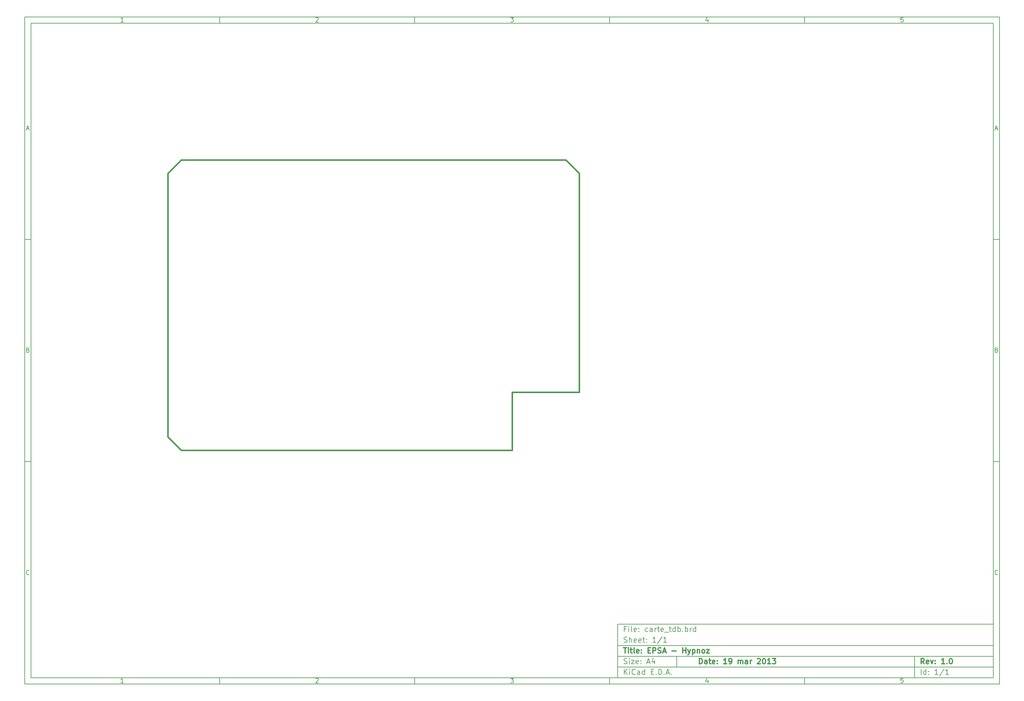
<source format=gbr>
G04 (created by PCBNEW-RS274X (2012-01-19 BZR 3256)-stable) date 19/03/2013 15:26:08*
G01*
G70*
G90*
%MOIN*%
G04 Gerber Fmt 3.4, Leading zero omitted, Abs format*
%FSLAX34Y34*%
G04 APERTURE LIST*
%ADD10C,0.006000*%
%ADD11C,0.012000*%
%ADD12C,0.015000*%
G04 APERTURE END LIST*
G54D10*
X04000Y-04000D02*
X113000Y-04000D01*
X113000Y-78670D01*
X04000Y-78670D01*
X04000Y-04000D01*
X04700Y-04700D02*
X112300Y-04700D01*
X112300Y-77970D01*
X04700Y-77970D01*
X04700Y-04700D01*
X25800Y-04000D02*
X25800Y-04700D01*
X15043Y-04552D02*
X14757Y-04552D01*
X14900Y-04552D02*
X14900Y-04052D01*
X14852Y-04124D01*
X14805Y-04171D01*
X14757Y-04195D01*
X25800Y-78670D02*
X25800Y-77970D01*
X15043Y-78522D02*
X14757Y-78522D01*
X14900Y-78522D02*
X14900Y-78022D01*
X14852Y-78094D01*
X14805Y-78141D01*
X14757Y-78165D01*
X47600Y-04000D02*
X47600Y-04700D01*
X36557Y-04100D02*
X36581Y-04076D01*
X36629Y-04052D01*
X36748Y-04052D01*
X36795Y-04076D01*
X36819Y-04100D01*
X36843Y-04148D01*
X36843Y-04195D01*
X36819Y-04267D01*
X36533Y-04552D01*
X36843Y-04552D01*
X47600Y-78670D02*
X47600Y-77970D01*
X36557Y-78070D02*
X36581Y-78046D01*
X36629Y-78022D01*
X36748Y-78022D01*
X36795Y-78046D01*
X36819Y-78070D01*
X36843Y-78118D01*
X36843Y-78165D01*
X36819Y-78237D01*
X36533Y-78522D01*
X36843Y-78522D01*
X69400Y-04000D02*
X69400Y-04700D01*
X58333Y-04052D02*
X58643Y-04052D01*
X58476Y-04243D01*
X58548Y-04243D01*
X58595Y-04267D01*
X58619Y-04290D01*
X58643Y-04338D01*
X58643Y-04457D01*
X58619Y-04505D01*
X58595Y-04529D01*
X58548Y-04552D01*
X58405Y-04552D01*
X58357Y-04529D01*
X58333Y-04505D01*
X69400Y-78670D02*
X69400Y-77970D01*
X58333Y-78022D02*
X58643Y-78022D01*
X58476Y-78213D01*
X58548Y-78213D01*
X58595Y-78237D01*
X58619Y-78260D01*
X58643Y-78308D01*
X58643Y-78427D01*
X58619Y-78475D01*
X58595Y-78499D01*
X58548Y-78522D01*
X58405Y-78522D01*
X58357Y-78499D01*
X58333Y-78475D01*
X91200Y-04000D02*
X91200Y-04700D01*
X80395Y-04219D02*
X80395Y-04552D01*
X80276Y-04029D02*
X80157Y-04386D01*
X80467Y-04386D01*
X91200Y-78670D02*
X91200Y-77970D01*
X80395Y-78189D02*
X80395Y-78522D01*
X80276Y-77999D02*
X80157Y-78356D01*
X80467Y-78356D01*
X102219Y-04052D02*
X101981Y-04052D01*
X101957Y-04290D01*
X101981Y-04267D01*
X102029Y-04243D01*
X102148Y-04243D01*
X102195Y-04267D01*
X102219Y-04290D01*
X102243Y-04338D01*
X102243Y-04457D01*
X102219Y-04505D01*
X102195Y-04529D01*
X102148Y-04552D01*
X102029Y-04552D01*
X101981Y-04529D01*
X101957Y-04505D01*
X102219Y-78022D02*
X101981Y-78022D01*
X101957Y-78260D01*
X101981Y-78237D01*
X102029Y-78213D01*
X102148Y-78213D01*
X102195Y-78237D01*
X102219Y-78260D01*
X102243Y-78308D01*
X102243Y-78427D01*
X102219Y-78475D01*
X102195Y-78499D01*
X102148Y-78522D01*
X102029Y-78522D01*
X101981Y-78499D01*
X101957Y-78475D01*
X04000Y-28890D02*
X04700Y-28890D01*
X04231Y-16510D02*
X04469Y-16510D01*
X04184Y-16652D02*
X04350Y-16152D01*
X04517Y-16652D01*
X113000Y-28890D02*
X112300Y-28890D01*
X112531Y-16510D02*
X112769Y-16510D01*
X112484Y-16652D02*
X112650Y-16152D01*
X112817Y-16652D01*
X04000Y-53780D02*
X04700Y-53780D01*
X04386Y-41280D02*
X04457Y-41304D01*
X04481Y-41328D01*
X04505Y-41376D01*
X04505Y-41447D01*
X04481Y-41495D01*
X04457Y-41519D01*
X04410Y-41542D01*
X04219Y-41542D01*
X04219Y-41042D01*
X04386Y-41042D01*
X04433Y-41066D01*
X04457Y-41090D01*
X04481Y-41138D01*
X04481Y-41185D01*
X04457Y-41233D01*
X04433Y-41257D01*
X04386Y-41280D01*
X04219Y-41280D01*
X113000Y-53780D02*
X112300Y-53780D01*
X112686Y-41280D02*
X112757Y-41304D01*
X112781Y-41328D01*
X112805Y-41376D01*
X112805Y-41447D01*
X112781Y-41495D01*
X112757Y-41519D01*
X112710Y-41542D01*
X112519Y-41542D01*
X112519Y-41042D01*
X112686Y-41042D01*
X112733Y-41066D01*
X112757Y-41090D01*
X112781Y-41138D01*
X112781Y-41185D01*
X112757Y-41233D01*
X112733Y-41257D01*
X112686Y-41280D01*
X112519Y-41280D01*
X04505Y-66385D02*
X04481Y-66409D01*
X04410Y-66432D01*
X04362Y-66432D01*
X04290Y-66409D01*
X04243Y-66361D01*
X04219Y-66313D01*
X04195Y-66218D01*
X04195Y-66147D01*
X04219Y-66051D01*
X04243Y-66004D01*
X04290Y-65956D01*
X04362Y-65932D01*
X04410Y-65932D01*
X04481Y-65956D01*
X04505Y-65980D01*
X112805Y-66385D02*
X112781Y-66409D01*
X112710Y-66432D01*
X112662Y-66432D01*
X112590Y-66409D01*
X112543Y-66361D01*
X112519Y-66313D01*
X112495Y-66218D01*
X112495Y-66147D01*
X112519Y-66051D01*
X112543Y-66004D01*
X112590Y-65956D01*
X112662Y-65932D01*
X112710Y-65932D01*
X112781Y-65956D01*
X112805Y-65980D01*
G54D11*
X79443Y-76413D02*
X79443Y-75813D01*
X79586Y-75813D01*
X79671Y-75841D01*
X79729Y-75899D01*
X79757Y-75956D01*
X79786Y-76070D01*
X79786Y-76156D01*
X79757Y-76270D01*
X79729Y-76327D01*
X79671Y-76384D01*
X79586Y-76413D01*
X79443Y-76413D01*
X80300Y-76413D02*
X80300Y-76099D01*
X80271Y-76041D01*
X80214Y-76013D01*
X80100Y-76013D01*
X80043Y-76041D01*
X80300Y-76384D02*
X80243Y-76413D01*
X80100Y-76413D01*
X80043Y-76384D01*
X80014Y-76327D01*
X80014Y-76270D01*
X80043Y-76213D01*
X80100Y-76184D01*
X80243Y-76184D01*
X80300Y-76156D01*
X80500Y-76013D02*
X80729Y-76013D01*
X80586Y-75813D02*
X80586Y-76327D01*
X80614Y-76384D01*
X80672Y-76413D01*
X80729Y-76413D01*
X81157Y-76384D02*
X81100Y-76413D01*
X80986Y-76413D01*
X80929Y-76384D01*
X80900Y-76327D01*
X80900Y-76099D01*
X80929Y-76041D01*
X80986Y-76013D01*
X81100Y-76013D01*
X81157Y-76041D01*
X81186Y-76099D01*
X81186Y-76156D01*
X80900Y-76213D01*
X81443Y-76356D02*
X81471Y-76384D01*
X81443Y-76413D01*
X81414Y-76384D01*
X81443Y-76356D01*
X81443Y-76413D01*
X81443Y-76041D02*
X81471Y-76070D01*
X81443Y-76099D01*
X81414Y-76070D01*
X81443Y-76041D01*
X81443Y-76099D01*
X82500Y-76413D02*
X82157Y-76413D01*
X82329Y-76413D02*
X82329Y-75813D01*
X82272Y-75899D01*
X82214Y-75956D01*
X82157Y-75984D01*
X82785Y-76413D02*
X82900Y-76413D01*
X82957Y-76384D01*
X82985Y-76356D01*
X83043Y-76270D01*
X83071Y-76156D01*
X83071Y-75927D01*
X83043Y-75870D01*
X83014Y-75841D01*
X82957Y-75813D01*
X82843Y-75813D01*
X82785Y-75841D01*
X82757Y-75870D01*
X82728Y-75927D01*
X82728Y-76070D01*
X82757Y-76127D01*
X82785Y-76156D01*
X82843Y-76184D01*
X82957Y-76184D01*
X83014Y-76156D01*
X83043Y-76127D01*
X83071Y-76070D01*
X83785Y-76413D02*
X83785Y-76013D01*
X83785Y-76070D02*
X83813Y-76041D01*
X83871Y-76013D01*
X83956Y-76013D01*
X84013Y-76041D01*
X84042Y-76099D01*
X84042Y-76413D01*
X84042Y-76099D02*
X84071Y-76041D01*
X84128Y-76013D01*
X84213Y-76013D01*
X84271Y-76041D01*
X84299Y-76099D01*
X84299Y-76413D01*
X84842Y-76413D02*
X84842Y-76099D01*
X84813Y-76041D01*
X84756Y-76013D01*
X84642Y-76013D01*
X84585Y-76041D01*
X84842Y-76384D02*
X84785Y-76413D01*
X84642Y-76413D01*
X84585Y-76384D01*
X84556Y-76327D01*
X84556Y-76270D01*
X84585Y-76213D01*
X84642Y-76184D01*
X84785Y-76184D01*
X84842Y-76156D01*
X85128Y-76413D02*
X85128Y-76013D01*
X85128Y-76127D02*
X85156Y-76070D01*
X85185Y-76041D01*
X85242Y-76013D01*
X85299Y-76013D01*
X85927Y-75870D02*
X85956Y-75841D01*
X86013Y-75813D01*
X86156Y-75813D01*
X86213Y-75841D01*
X86242Y-75870D01*
X86270Y-75927D01*
X86270Y-75984D01*
X86242Y-76070D01*
X85899Y-76413D01*
X86270Y-76413D01*
X86641Y-75813D02*
X86698Y-75813D01*
X86755Y-75841D01*
X86784Y-75870D01*
X86813Y-75927D01*
X86841Y-76041D01*
X86841Y-76184D01*
X86813Y-76299D01*
X86784Y-76356D01*
X86755Y-76384D01*
X86698Y-76413D01*
X86641Y-76413D01*
X86584Y-76384D01*
X86555Y-76356D01*
X86527Y-76299D01*
X86498Y-76184D01*
X86498Y-76041D01*
X86527Y-75927D01*
X86555Y-75870D01*
X86584Y-75841D01*
X86641Y-75813D01*
X87412Y-76413D02*
X87069Y-76413D01*
X87241Y-76413D02*
X87241Y-75813D01*
X87184Y-75899D01*
X87126Y-75956D01*
X87069Y-75984D01*
X87612Y-75813D02*
X87983Y-75813D01*
X87783Y-76041D01*
X87869Y-76041D01*
X87926Y-76070D01*
X87955Y-76099D01*
X87983Y-76156D01*
X87983Y-76299D01*
X87955Y-76356D01*
X87926Y-76384D01*
X87869Y-76413D01*
X87697Y-76413D01*
X87640Y-76384D01*
X87612Y-76356D01*
G54D10*
X71043Y-77613D02*
X71043Y-77013D01*
X71386Y-77613D02*
X71129Y-77270D01*
X71386Y-77013D02*
X71043Y-77356D01*
X71643Y-77613D02*
X71643Y-77213D01*
X71643Y-77013D02*
X71614Y-77041D01*
X71643Y-77070D01*
X71671Y-77041D01*
X71643Y-77013D01*
X71643Y-77070D01*
X72272Y-77556D02*
X72243Y-77584D01*
X72157Y-77613D01*
X72100Y-77613D01*
X72015Y-77584D01*
X71957Y-77527D01*
X71929Y-77470D01*
X71900Y-77356D01*
X71900Y-77270D01*
X71929Y-77156D01*
X71957Y-77099D01*
X72015Y-77041D01*
X72100Y-77013D01*
X72157Y-77013D01*
X72243Y-77041D01*
X72272Y-77070D01*
X72786Y-77613D02*
X72786Y-77299D01*
X72757Y-77241D01*
X72700Y-77213D01*
X72586Y-77213D01*
X72529Y-77241D01*
X72786Y-77584D02*
X72729Y-77613D01*
X72586Y-77613D01*
X72529Y-77584D01*
X72500Y-77527D01*
X72500Y-77470D01*
X72529Y-77413D01*
X72586Y-77384D01*
X72729Y-77384D01*
X72786Y-77356D01*
X73329Y-77613D02*
X73329Y-77013D01*
X73329Y-77584D02*
X73272Y-77613D01*
X73158Y-77613D01*
X73100Y-77584D01*
X73072Y-77556D01*
X73043Y-77499D01*
X73043Y-77327D01*
X73072Y-77270D01*
X73100Y-77241D01*
X73158Y-77213D01*
X73272Y-77213D01*
X73329Y-77241D01*
X74072Y-77299D02*
X74272Y-77299D01*
X74358Y-77613D02*
X74072Y-77613D01*
X74072Y-77013D01*
X74358Y-77013D01*
X74615Y-77556D02*
X74643Y-77584D01*
X74615Y-77613D01*
X74586Y-77584D01*
X74615Y-77556D01*
X74615Y-77613D01*
X74901Y-77613D02*
X74901Y-77013D01*
X75044Y-77013D01*
X75129Y-77041D01*
X75187Y-77099D01*
X75215Y-77156D01*
X75244Y-77270D01*
X75244Y-77356D01*
X75215Y-77470D01*
X75187Y-77527D01*
X75129Y-77584D01*
X75044Y-77613D01*
X74901Y-77613D01*
X75501Y-77556D02*
X75529Y-77584D01*
X75501Y-77613D01*
X75472Y-77584D01*
X75501Y-77556D01*
X75501Y-77613D01*
X75758Y-77441D02*
X76044Y-77441D01*
X75701Y-77613D02*
X75901Y-77013D01*
X76101Y-77613D01*
X76301Y-77556D02*
X76329Y-77584D01*
X76301Y-77613D01*
X76272Y-77584D01*
X76301Y-77556D01*
X76301Y-77613D01*
G54D11*
X104586Y-76413D02*
X104386Y-76127D01*
X104243Y-76413D02*
X104243Y-75813D01*
X104471Y-75813D01*
X104529Y-75841D01*
X104557Y-75870D01*
X104586Y-75927D01*
X104586Y-76013D01*
X104557Y-76070D01*
X104529Y-76099D01*
X104471Y-76127D01*
X104243Y-76127D01*
X105071Y-76384D02*
X105014Y-76413D01*
X104900Y-76413D01*
X104843Y-76384D01*
X104814Y-76327D01*
X104814Y-76099D01*
X104843Y-76041D01*
X104900Y-76013D01*
X105014Y-76013D01*
X105071Y-76041D01*
X105100Y-76099D01*
X105100Y-76156D01*
X104814Y-76213D01*
X105300Y-76013D02*
X105443Y-76413D01*
X105585Y-76013D01*
X105814Y-76356D02*
X105842Y-76384D01*
X105814Y-76413D01*
X105785Y-76384D01*
X105814Y-76356D01*
X105814Y-76413D01*
X105814Y-76041D02*
X105842Y-76070D01*
X105814Y-76099D01*
X105785Y-76070D01*
X105814Y-76041D01*
X105814Y-76099D01*
X106871Y-76413D02*
X106528Y-76413D01*
X106700Y-76413D02*
X106700Y-75813D01*
X106643Y-75899D01*
X106585Y-75956D01*
X106528Y-75984D01*
X107128Y-76356D02*
X107156Y-76384D01*
X107128Y-76413D01*
X107099Y-76384D01*
X107128Y-76356D01*
X107128Y-76413D01*
X107528Y-75813D02*
X107585Y-75813D01*
X107642Y-75841D01*
X107671Y-75870D01*
X107700Y-75927D01*
X107728Y-76041D01*
X107728Y-76184D01*
X107700Y-76299D01*
X107671Y-76356D01*
X107642Y-76384D01*
X107585Y-76413D01*
X107528Y-76413D01*
X107471Y-76384D01*
X107442Y-76356D01*
X107414Y-76299D01*
X107385Y-76184D01*
X107385Y-76041D01*
X107414Y-75927D01*
X107442Y-75870D01*
X107471Y-75841D01*
X107528Y-75813D01*
G54D10*
X71014Y-76384D02*
X71100Y-76413D01*
X71243Y-76413D01*
X71300Y-76384D01*
X71329Y-76356D01*
X71357Y-76299D01*
X71357Y-76241D01*
X71329Y-76184D01*
X71300Y-76156D01*
X71243Y-76127D01*
X71129Y-76099D01*
X71071Y-76070D01*
X71043Y-76041D01*
X71014Y-75984D01*
X71014Y-75927D01*
X71043Y-75870D01*
X71071Y-75841D01*
X71129Y-75813D01*
X71271Y-75813D01*
X71357Y-75841D01*
X71614Y-76413D02*
X71614Y-76013D01*
X71614Y-75813D02*
X71585Y-75841D01*
X71614Y-75870D01*
X71642Y-75841D01*
X71614Y-75813D01*
X71614Y-75870D01*
X71843Y-76013D02*
X72157Y-76013D01*
X71843Y-76413D01*
X72157Y-76413D01*
X72614Y-76384D02*
X72557Y-76413D01*
X72443Y-76413D01*
X72386Y-76384D01*
X72357Y-76327D01*
X72357Y-76099D01*
X72386Y-76041D01*
X72443Y-76013D01*
X72557Y-76013D01*
X72614Y-76041D01*
X72643Y-76099D01*
X72643Y-76156D01*
X72357Y-76213D01*
X72900Y-76356D02*
X72928Y-76384D01*
X72900Y-76413D01*
X72871Y-76384D01*
X72900Y-76356D01*
X72900Y-76413D01*
X72900Y-76041D02*
X72928Y-76070D01*
X72900Y-76099D01*
X72871Y-76070D01*
X72900Y-76041D01*
X72900Y-76099D01*
X73614Y-76241D02*
X73900Y-76241D01*
X73557Y-76413D02*
X73757Y-75813D01*
X73957Y-76413D01*
X74414Y-76013D02*
X74414Y-76413D01*
X74271Y-75784D02*
X74128Y-76213D01*
X74500Y-76213D01*
X104243Y-77613D02*
X104243Y-77013D01*
X104786Y-77613D02*
X104786Y-77013D01*
X104786Y-77584D02*
X104729Y-77613D01*
X104615Y-77613D01*
X104557Y-77584D01*
X104529Y-77556D01*
X104500Y-77499D01*
X104500Y-77327D01*
X104529Y-77270D01*
X104557Y-77241D01*
X104615Y-77213D01*
X104729Y-77213D01*
X104786Y-77241D01*
X105072Y-77556D02*
X105100Y-77584D01*
X105072Y-77613D01*
X105043Y-77584D01*
X105072Y-77556D01*
X105072Y-77613D01*
X105072Y-77241D02*
X105100Y-77270D01*
X105072Y-77299D01*
X105043Y-77270D01*
X105072Y-77241D01*
X105072Y-77299D01*
X106129Y-77613D02*
X105786Y-77613D01*
X105958Y-77613D02*
X105958Y-77013D01*
X105901Y-77099D01*
X105843Y-77156D01*
X105786Y-77184D01*
X106814Y-76984D02*
X106300Y-77756D01*
X107329Y-77613D02*
X106986Y-77613D01*
X107158Y-77613D02*
X107158Y-77013D01*
X107101Y-77099D01*
X107043Y-77156D01*
X106986Y-77184D01*
G54D11*
X70957Y-74613D02*
X71300Y-74613D01*
X71129Y-75213D02*
X71129Y-74613D01*
X71500Y-75213D02*
X71500Y-74813D01*
X71500Y-74613D02*
X71471Y-74641D01*
X71500Y-74670D01*
X71528Y-74641D01*
X71500Y-74613D01*
X71500Y-74670D01*
X71700Y-74813D02*
X71929Y-74813D01*
X71786Y-74613D02*
X71786Y-75127D01*
X71814Y-75184D01*
X71872Y-75213D01*
X71929Y-75213D01*
X72215Y-75213D02*
X72157Y-75184D01*
X72129Y-75127D01*
X72129Y-74613D01*
X72671Y-75184D02*
X72614Y-75213D01*
X72500Y-75213D01*
X72443Y-75184D01*
X72414Y-75127D01*
X72414Y-74899D01*
X72443Y-74841D01*
X72500Y-74813D01*
X72614Y-74813D01*
X72671Y-74841D01*
X72700Y-74899D01*
X72700Y-74956D01*
X72414Y-75013D01*
X72957Y-75156D02*
X72985Y-75184D01*
X72957Y-75213D01*
X72928Y-75184D01*
X72957Y-75156D01*
X72957Y-75213D01*
X72957Y-74841D02*
X72985Y-74870D01*
X72957Y-74899D01*
X72928Y-74870D01*
X72957Y-74841D01*
X72957Y-74899D01*
X73700Y-74899D02*
X73900Y-74899D01*
X73986Y-75213D02*
X73700Y-75213D01*
X73700Y-74613D01*
X73986Y-74613D01*
X74243Y-75213D02*
X74243Y-74613D01*
X74471Y-74613D01*
X74529Y-74641D01*
X74557Y-74670D01*
X74586Y-74727D01*
X74586Y-74813D01*
X74557Y-74870D01*
X74529Y-74899D01*
X74471Y-74927D01*
X74243Y-74927D01*
X74814Y-75184D02*
X74900Y-75213D01*
X75043Y-75213D01*
X75100Y-75184D01*
X75129Y-75156D01*
X75157Y-75099D01*
X75157Y-75041D01*
X75129Y-74984D01*
X75100Y-74956D01*
X75043Y-74927D01*
X74929Y-74899D01*
X74871Y-74870D01*
X74843Y-74841D01*
X74814Y-74784D01*
X74814Y-74727D01*
X74843Y-74670D01*
X74871Y-74641D01*
X74929Y-74613D01*
X75071Y-74613D01*
X75157Y-74641D01*
X75385Y-75041D02*
X75671Y-75041D01*
X75328Y-75213D02*
X75528Y-74613D01*
X75728Y-75213D01*
X76385Y-74984D02*
X76842Y-74984D01*
X77585Y-75213D02*
X77585Y-74613D01*
X77585Y-74899D02*
X77928Y-74899D01*
X77928Y-75213D02*
X77928Y-74613D01*
X78157Y-74813D02*
X78300Y-75213D01*
X78442Y-74813D02*
X78300Y-75213D01*
X78242Y-75356D01*
X78214Y-75384D01*
X78157Y-75413D01*
X78671Y-74813D02*
X78671Y-75413D01*
X78671Y-74841D02*
X78728Y-74813D01*
X78842Y-74813D01*
X78899Y-74841D01*
X78928Y-74870D01*
X78957Y-74927D01*
X78957Y-75099D01*
X78928Y-75156D01*
X78899Y-75184D01*
X78842Y-75213D01*
X78728Y-75213D01*
X78671Y-75184D01*
X79214Y-74813D02*
X79214Y-75213D01*
X79214Y-74870D02*
X79242Y-74841D01*
X79300Y-74813D01*
X79385Y-74813D01*
X79442Y-74841D01*
X79471Y-74899D01*
X79471Y-75213D01*
X79843Y-75213D02*
X79785Y-75184D01*
X79757Y-75156D01*
X79728Y-75099D01*
X79728Y-74927D01*
X79757Y-74870D01*
X79785Y-74841D01*
X79843Y-74813D01*
X79928Y-74813D01*
X79985Y-74841D01*
X80014Y-74870D01*
X80043Y-74927D01*
X80043Y-75099D01*
X80014Y-75156D01*
X79985Y-75184D01*
X79928Y-75213D01*
X79843Y-75213D01*
X80243Y-74813D02*
X80557Y-74813D01*
X80243Y-75213D01*
X80557Y-75213D01*
G54D10*
X71243Y-72499D02*
X71043Y-72499D01*
X71043Y-72813D02*
X71043Y-72213D01*
X71329Y-72213D01*
X71557Y-72813D02*
X71557Y-72413D01*
X71557Y-72213D02*
X71528Y-72241D01*
X71557Y-72270D01*
X71585Y-72241D01*
X71557Y-72213D01*
X71557Y-72270D01*
X71929Y-72813D02*
X71871Y-72784D01*
X71843Y-72727D01*
X71843Y-72213D01*
X72385Y-72784D02*
X72328Y-72813D01*
X72214Y-72813D01*
X72157Y-72784D01*
X72128Y-72727D01*
X72128Y-72499D01*
X72157Y-72441D01*
X72214Y-72413D01*
X72328Y-72413D01*
X72385Y-72441D01*
X72414Y-72499D01*
X72414Y-72556D01*
X72128Y-72613D01*
X72671Y-72756D02*
X72699Y-72784D01*
X72671Y-72813D01*
X72642Y-72784D01*
X72671Y-72756D01*
X72671Y-72813D01*
X72671Y-72441D02*
X72699Y-72470D01*
X72671Y-72499D01*
X72642Y-72470D01*
X72671Y-72441D01*
X72671Y-72499D01*
X73671Y-72784D02*
X73614Y-72813D01*
X73500Y-72813D01*
X73442Y-72784D01*
X73414Y-72756D01*
X73385Y-72699D01*
X73385Y-72527D01*
X73414Y-72470D01*
X73442Y-72441D01*
X73500Y-72413D01*
X73614Y-72413D01*
X73671Y-72441D01*
X74185Y-72813D02*
X74185Y-72499D01*
X74156Y-72441D01*
X74099Y-72413D01*
X73985Y-72413D01*
X73928Y-72441D01*
X74185Y-72784D02*
X74128Y-72813D01*
X73985Y-72813D01*
X73928Y-72784D01*
X73899Y-72727D01*
X73899Y-72670D01*
X73928Y-72613D01*
X73985Y-72584D01*
X74128Y-72584D01*
X74185Y-72556D01*
X74471Y-72813D02*
X74471Y-72413D01*
X74471Y-72527D02*
X74499Y-72470D01*
X74528Y-72441D01*
X74585Y-72413D01*
X74642Y-72413D01*
X74756Y-72413D02*
X74985Y-72413D01*
X74842Y-72213D02*
X74842Y-72727D01*
X74870Y-72784D01*
X74928Y-72813D01*
X74985Y-72813D01*
X75413Y-72784D02*
X75356Y-72813D01*
X75242Y-72813D01*
X75185Y-72784D01*
X75156Y-72727D01*
X75156Y-72499D01*
X75185Y-72441D01*
X75242Y-72413D01*
X75356Y-72413D01*
X75413Y-72441D01*
X75442Y-72499D01*
X75442Y-72556D01*
X75156Y-72613D01*
X75556Y-72870D02*
X76013Y-72870D01*
X76070Y-72413D02*
X76299Y-72413D01*
X76156Y-72213D02*
X76156Y-72727D01*
X76184Y-72784D01*
X76242Y-72813D01*
X76299Y-72813D01*
X76756Y-72813D02*
X76756Y-72213D01*
X76756Y-72784D02*
X76699Y-72813D01*
X76585Y-72813D01*
X76527Y-72784D01*
X76499Y-72756D01*
X76470Y-72699D01*
X76470Y-72527D01*
X76499Y-72470D01*
X76527Y-72441D01*
X76585Y-72413D01*
X76699Y-72413D01*
X76756Y-72441D01*
X77042Y-72813D02*
X77042Y-72213D01*
X77042Y-72441D02*
X77099Y-72413D01*
X77213Y-72413D01*
X77270Y-72441D01*
X77299Y-72470D01*
X77328Y-72527D01*
X77328Y-72699D01*
X77299Y-72756D01*
X77270Y-72784D01*
X77213Y-72813D01*
X77099Y-72813D01*
X77042Y-72784D01*
X77585Y-72756D02*
X77613Y-72784D01*
X77585Y-72813D01*
X77556Y-72784D01*
X77585Y-72756D01*
X77585Y-72813D01*
X77871Y-72813D02*
X77871Y-72213D01*
X77871Y-72441D02*
X77928Y-72413D01*
X78042Y-72413D01*
X78099Y-72441D01*
X78128Y-72470D01*
X78157Y-72527D01*
X78157Y-72699D01*
X78128Y-72756D01*
X78099Y-72784D01*
X78042Y-72813D01*
X77928Y-72813D01*
X77871Y-72784D01*
X78414Y-72813D02*
X78414Y-72413D01*
X78414Y-72527D02*
X78442Y-72470D01*
X78471Y-72441D01*
X78528Y-72413D01*
X78585Y-72413D01*
X79042Y-72813D02*
X79042Y-72213D01*
X79042Y-72784D02*
X78985Y-72813D01*
X78871Y-72813D01*
X78813Y-72784D01*
X78785Y-72756D01*
X78756Y-72699D01*
X78756Y-72527D01*
X78785Y-72470D01*
X78813Y-72441D01*
X78871Y-72413D01*
X78985Y-72413D01*
X79042Y-72441D01*
X71014Y-73984D02*
X71100Y-74013D01*
X71243Y-74013D01*
X71300Y-73984D01*
X71329Y-73956D01*
X71357Y-73899D01*
X71357Y-73841D01*
X71329Y-73784D01*
X71300Y-73756D01*
X71243Y-73727D01*
X71129Y-73699D01*
X71071Y-73670D01*
X71043Y-73641D01*
X71014Y-73584D01*
X71014Y-73527D01*
X71043Y-73470D01*
X71071Y-73441D01*
X71129Y-73413D01*
X71271Y-73413D01*
X71357Y-73441D01*
X71614Y-74013D02*
X71614Y-73413D01*
X71871Y-74013D02*
X71871Y-73699D01*
X71842Y-73641D01*
X71785Y-73613D01*
X71700Y-73613D01*
X71642Y-73641D01*
X71614Y-73670D01*
X72385Y-73984D02*
X72328Y-74013D01*
X72214Y-74013D01*
X72157Y-73984D01*
X72128Y-73927D01*
X72128Y-73699D01*
X72157Y-73641D01*
X72214Y-73613D01*
X72328Y-73613D01*
X72385Y-73641D01*
X72414Y-73699D01*
X72414Y-73756D01*
X72128Y-73813D01*
X72899Y-73984D02*
X72842Y-74013D01*
X72728Y-74013D01*
X72671Y-73984D01*
X72642Y-73927D01*
X72642Y-73699D01*
X72671Y-73641D01*
X72728Y-73613D01*
X72842Y-73613D01*
X72899Y-73641D01*
X72928Y-73699D01*
X72928Y-73756D01*
X72642Y-73813D01*
X73099Y-73613D02*
X73328Y-73613D01*
X73185Y-73413D02*
X73185Y-73927D01*
X73213Y-73984D01*
X73271Y-74013D01*
X73328Y-74013D01*
X73528Y-73956D02*
X73556Y-73984D01*
X73528Y-74013D01*
X73499Y-73984D01*
X73528Y-73956D01*
X73528Y-74013D01*
X73528Y-73641D02*
X73556Y-73670D01*
X73528Y-73699D01*
X73499Y-73670D01*
X73528Y-73641D01*
X73528Y-73699D01*
X74585Y-74013D02*
X74242Y-74013D01*
X74414Y-74013D02*
X74414Y-73413D01*
X74357Y-73499D01*
X74299Y-73556D01*
X74242Y-73584D01*
X75270Y-73384D02*
X74756Y-74156D01*
X75785Y-74013D02*
X75442Y-74013D01*
X75614Y-74013D02*
X75614Y-73413D01*
X75557Y-73499D01*
X75499Y-73556D01*
X75442Y-73584D01*
X70300Y-71970D02*
X70300Y-77970D01*
X70300Y-71970D02*
X112300Y-71970D01*
X70300Y-71970D02*
X112300Y-71970D01*
X70300Y-74370D02*
X112300Y-74370D01*
X103500Y-75570D02*
X103500Y-77970D01*
X70300Y-76770D02*
X112300Y-76770D01*
X70300Y-75570D02*
X112300Y-75570D01*
X76900Y-75570D02*
X76900Y-76770D01*
G54D12*
X58500Y-52500D02*
X21500Y-52500D01*
X66000Y-21500D02*
X66000Y-46000D01*
X58500Y-46000D02*
X66000Y-46000D01*
X58500Y-52500D02*
X58500Y-46000D01*
X20000Y-51000D02*
X21500Y-52500D01*
X20000Y-21500D02*
X20000Y-51000D01*
X21500Y-20000D02*
X20000Y-21500D01*
X64500Y-20000D02*
X21500Y-20000D01*
X66000Y-21500D02*
X64500Y-20000D01*
M02*

</source>
